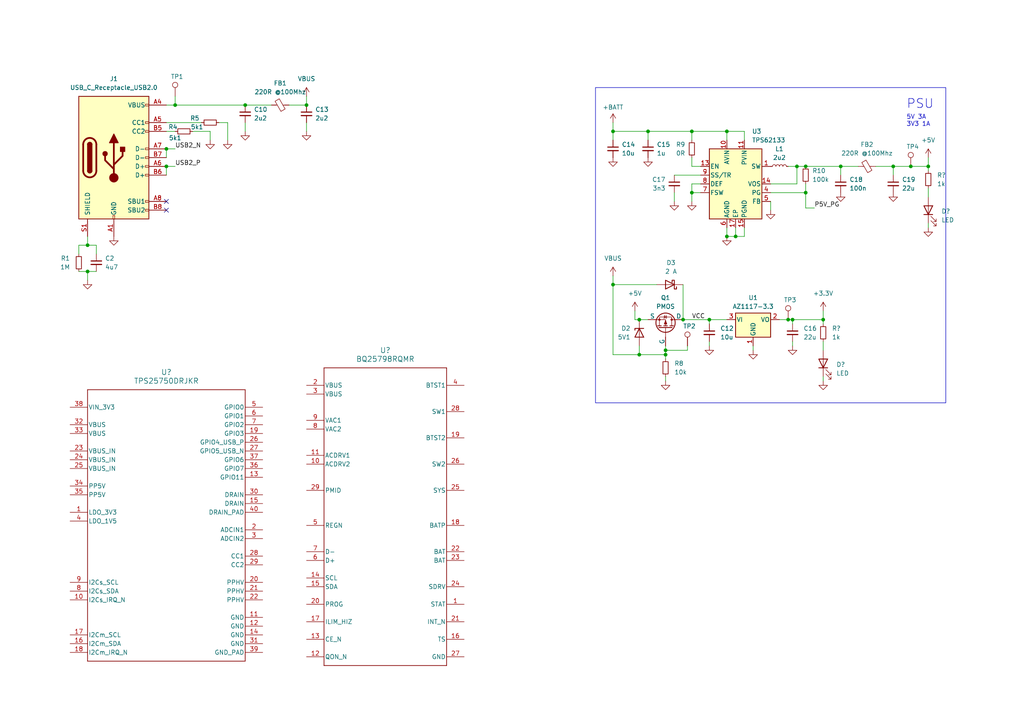
<source format=kicad_sch>
(kicad_sch (version 20230121) (generator eeschema)
  (paper "A4")
  (lib_symbols
    (symbol "Connector:TestPoint" (pin_numbers hide) (pin_names (offset 0.762) hide)
      (property "Reference" "TP" (at 0 6.858 0))
      (property "Value" "TestPoint" (at 0 5.08 0))
      (symbol "TestPoint_0_1"
        (circle (center 0 3.302) (radius 0.762))
      )
      (symbol "TestPoint_1_1"
        (pin passive line (at 0 0 90) (length 2.54) (name "1") (number "1"))
      )
    )
    (symbol "Connector:USB_C_Receptacle_USB2.0" (pin_names (offset 1.016))
      (property "Reference" "J" (at -10.16 19.05 0))
      (property "Value" "USB_C_Receptacle_USB2.0" (at 19.05 19.05 0))
      (symbol "USB_C_Receptacle_USB2.0_0_0"
        (rectangle (start -0.254 -17.78) (end 0.254 -16.764))
        (rectangle (start 10.16 -14.986) (end 9.144 -15.494))
        (rectangle (start 10.16 -12.446) (end 9.144 -12.954))
        (rectangle (start 10.16 -4.826) (end 9.144 -5.334))
        (rectangle (start 10.16 -2.286) (end 9.144 -2.794))
        (rectangle (start 10.16 0.254) (end 9.144 -0.254))
        (rectangle (start 10.16 2.794) (end 9.144 2.286))
        (rectangle (start 10.16 7.874) (end 9.144 7.366))
        (rectangle (start 10.16 10.414) (end 9.144 9.906))
        (rectangle (start 10.16 15.494) (end 9.144 14.986))
      )
      (symbol "USB_C_Receptacle_USB2.0_0_1"
        (rectangle (start -10.16 17.78) (end 10.16 -17.78) (stroke (width 0.254)) (fill (type background)))
        (arc (start -8.89 -3.81) (mid -6.985 -5.7067) (end -5.08 -3.81) (stroke (width 0.508)))
        (arc (start -7.62 -3.81) (mid -6.985 -4.4423) (end -6.35 -3.81) (stroke (width 0.254)))
        (arc (start -7.62 -3.81) (mid -6.985 -4.4423) (end -6.35 -3.81) (stroke (width 0.254)) (fill (type outline)))
        (rectangle (start -7.62 -3.81) (end -6.35 3.81) (stroke (width 0.254)) (fill (type outline)))
        (arc (start -6.35 3.81) (mid -6.985 4.4423) (end -7.62 3.81) (stroke (width 0.254)))
        (arc (start -6.35 3.81) (mid -6.985 4.4423) (end -7.62 3.81) (stroke (width 0.254)) (fill (type outline)))
        (arc (start -5.08 3.81) (mid -6.985 5.7067) (end -8.89 3.81) (stroke (width 0.508)))
        (circle (center -2.54 1.143) (radius 0.635) (stroke (width 0.254)) (fill (type outline)))
        (circle (center 0 -5.842) (radius 1.27) (fill (type outline)))
        (polyline (pts (xy -8.89 -3.81) (xy -8.89 3.81)) (stroke (width 0.508)))
        (polyline (pts (xy -5.08 3.81) (xy -5.08 -3.81)) (stroke (width 0.508)))
        (polyline (pts (xy 0 -5.842) (xy 0 4.318)) (stroke (width 0.508)))
        (polyline (pts (xy 0 -3.302) (xy -2.54 -0.762) (xy -2.54 0.508)) (stroke (width 0.508)))
        (polyline (pts (xy 0 -2.032) (xy 2.54 0.508) (xy 2.54 1.778)) (stroke (width 0.508)))
        (polyline (pts (xy -1.27 4.318) (xy 0 6.858) (xy 1.27 4.318) (xy -1.27 4.318)) (stroke (width 0.254)) (fill (type outline)))
        (rectangle (start 1.905 1.778) (end 3.175 3.048) (stroke (width 0.254)) (fill (type outline)))
      )
      (symbol "USB_C_Receptacle_USB2.0_1_1"
        (pin passive line (at 0 -22.86 90) (length 5.08) (name "GND") (number "A1"))
        (pin passive line (at 0 -22.86 90) (length 5.08) hide (name "GND") (number "A12"))
        (pin passive line (at 15.24 15.24 180) (length 5.08) (name "VBUS") (number "A4"))
        (pin bidirectional line (at 15.24 10.16 180) (length 5.08) (name "CC1") (number "A5"))
        (pin bidirectional line (at 15.24 -2.54 180) (length 5.08) (name "D+") (number "A6"))
        (pin bidirectional line (at 15.24 2.54 180) (length 5.08) (name "D-") (number "A7"))
        (pin bidirectional line (at 15.24 -12.7 180) (length 5.08) (name "SBU1") (number "A8"))
        (pin passive line (at 15.24 15.24 180) (length 5.08) hide (name "VBUS") (number "A9"))
        (pin passive line (at 0 -22.86 90) (length 5.08) hide (name "GND") (number "B1"))
        (pin passive line (at 0 -22.86 90) (length 5.08) hide (name "GND") (number "B12"))
        (pin passive line (at 15.24 15.24 180) (length 5.08) hide (name "VBUS") (number "B4"))
        (pin bidirectional line (at 15.24 7.62 180) (length 5.08) (name "CC2") (number "B5"))
        (pin bidirectional line (at 15.24 -5.08 180) (length 5.08) (name "D+") (number "B6"))
        (pin bidirectional line (at 15.24 0 180) (length 5.08) (name "D-") (number "B7"))
        (pin bidirectional line (at 15.24 -15.24 180) (length 5.08) (name "SBU2") (number "B8"))
        (pin passive line (at 15.24 15.24 180) (length 5.08) hide (name "VBUS") (number "B9"))
        (pin passive line (at -7.62 -22.86 90) (length 5.08) (name "SHIELD") (number "S1"))
      )
    )
    (symbol "DCDriver:BQ25798RQMR" (pin_names (offset 0.254))
      (property "Reference" "U" (at 0 2.54 0))
      (property "Value" "BQ25798RQMR" (at 0 0 0))
      (symbol "BQ25798RQMR_0_1"
        (polyline (pts (xy 5.08 -81.28) (xy 40.64 -81.28)) (stroke (width 0.2032)))
        (polyline (pts (xy 5.08 5.08) (xy 5.08 -81.28)) (stroke (width 0.2032)))
        (polyline (pts (xy 40.64 -81.28) (xy 40.64 5.08)) (stroke (width 0.2032)))
        (polyline (pts (xy 40.64 5.08) (xy 5.08 5.08)) (stroke (width 0.2032)))
        (pin unspecified line (at 45.72 -63.5 180) (length 5.08) (name "STAT") (number "1"))
        (pin power_in line (at 0 -22.86 0) (length 5.08) (name "ACDRV2") (number "10"))
        (pin power_in line (at 0 -20.32 0) (length 5.08) (name "ACDRV1") (number "11"))
        (pin unspecified line (at 0 -78.74 0) (length 5.08) (name "QON_N") (number "12"))
        (pin unspecified line (at 0 -73.66 0) (length 5.08) (name "CE_N") (number "13"))
        (pin input line (at 0 -55.88 0) (length 5.08) (name "SCL") (number "14"))
        (pin bidirectional line (at 0 -58.42 0) (length 5.08) (name "SDA") (number "15"))
        (pin unspecified line (at 45.72 -73.66 180) (length 5.08) (name "TS") (number "16"))
        (pin unspecified line (at 0 -68.58 0) (length 5.08) (name "ILIM_HIZ") (number "17"))
        (pin unspecified line (at 45.72 -40.64 180) (length 5.08) (name "BATP") (number "18"))
        (pin unspecified line (at 45.72 -15.24 180) (length 5.08) (name "BTST2") (number "19"))
        (pin power_in line (at 0 0 0) (length 5.08) (name "VBUS") (number "2"))
        (pin unspecified line (at 0 -63.5 0) (length 5.08) (name "PROG") (number "20"))
        (pin unspecified line (at 45.72 -68.58 180) (length 5.08) (name "INT_N") (number "21"))
        (pin unspecified line (at 45.72 -48.26 180) (length 5.08) (name "BAT") (number "22"))
        (pin unspecified line (at 45.72 -50.8 180) (length 5.08) (name "BAT") (number "23"))
        (pin unspecified line (at 45.72 -58.42 180) (length 5.08) (name "SDRV") (number "24"))
        (pin unspecified line (at 45.72 -30.48 180) (length 5.08) (name "SYS") (number "25"))
        (pin unspecified line (at 45.72 -22.86 180) (length 5.08) (name "SW2") (number "26"))
        (pin power_in line (at 45.72 -78.74 180) (length 5.08) (name "GND") (number "27"))
        (pin unspecified line (at 45.72 -7.62 180) (length 5.08) (name "SW1") (number "28"))
        (pin unspecified line (at 0 -30.48 0) (length 5.08) (name "PMID") (number "29"))
        (pin power_in line (at 0 -2.54 0) (length 5.08) (name "VBUS") (number "3"))
        (pin unspecified line (at 45.72 0 180) (length 5.08) (name "BTST1") (number "4"))
        (pin unspecified line (at 0 -40.64 0) (length 5.08) (name "REGN") (number "5"))
        (pin unspecified line (at 0 -50.8 0) (length 5.08) (name "D+") (number "6"))
        (pin unspecified line (at 0 -48.26 0) (length 5.08) (name "D-") (number "7"))
        (pin power_in line (at 0 -12.7 0) (length 5.08) (name "VAC2") (number "8"))
        (pin power_in line (at 0 -10.16 0) (length 5.08) (name "VAC1") (number "9"))
      )
    )
    (symbol "DCDriver:TPS25750DRJKR" (pin_names (offset 0.254))
      (property "Reference" "U" (at 0 2.54 0))
      (property "Value" "TPS25750DRJKR" (at 0 0 0))
      (symbol "TPS25750DRJKR_0_1"
        (polyline (pts (xy 5.08 -73.66) (xy 50.8 -73.66)) (stroke (width 0.2032)))
        (polyline (pts (xy 5.08 5.08) (xy 5.08 -73.66)) (stroke (width 0.2032)))
        (polyline (pts (xy 50.8 -73.66) (xy 50.8 5.08)) (stroke (width 0.2032)))
        (polyline (pts (xy 50.8 5.08) (xy 5.08 5.08)) (stroke (width 0.2032)))
        (pin unspecified line (at 0 -30.48 0) (length 5.08) (name "LDO_3V3") (number "1"))
        (pin output line (at 0 -55.88 0) (length 5.08) (name "I2Cs_IRQ_N") (number "10"))
        (pin power_in line (at 55.88 -60.96 180) (length 5.08) (name "GND") (number "11"))
        (pin power_in line (at 55.88 -63.5 180) (length 5.08) (name "GND") (number "12"))
        (pin bidirectional line (at 55.88 -20.32 180) (length 5.08) (name "GPIO11") (number "13"))
        (pin power_in line (at 55.88 -66.04 180) (length 5.08) (name "GND") (number "14"))
        (pin unspecified line (at 55.88 -27.94 180) (length 5.08) (name "DRAIN") (number "15"))
        (pin bidirectional line (at 0 -68.58 0) (length 5.08) (name "I2Cm_SDA") (number "16"))
        (pin output line (at 0 -66.04 0) (length 5.08) (name "I2Cm_SCL") (number "17"))
        (pin input line (at 0 -71.12 0) (length 5.08) (name "I2Cm_IRQ_N") (number "18"))
        (pin bidirectional line (at 55.88 -7.62 180) (length 5.08) (name "GPIO3") (number "19"))
        (pin unspecified line (at 55.88 -35.56 180) (length 5.08) (name "ADCIN1") (number "2"))
        (pin unspecified line (at 55.88 -50.8 180) (length 5.08) (name "PPHV") (number "20"))
        (pin unspecified line (at 55.88 -53.34 180) (length 5.08) (name "PPHV") (number "21"))
        (pin unspecified line (at 55.88 -55.88 180) (length 5.08) (name "PPHV") (number "22"))
        (pin power_in line (at 0 -12.7 0) (length 5.08) (name "VBUS_IN") (number "23"))
        (pin power_in line (at 0 -15.24 0) (length 5.08) (name "VBUS_IN") (number "24"))
        (pin power_in line (at 0 -17.78 0) (length 5.08) (name "VBUS_IN") (number "25"))
        (pin bidirectional line (at 55.88 -10.16 180) (length 5.08) (name "GPIO4_USB_P") (number "26"))
        (pin bidirectional line (at 55.88 -12.7 180) (length 5.08) (name "GPIO5_USB_N") (number "27"))
        (pin unspecified line (at 55.88 -43.18 180) (length 5.08) (name "CC1") (number "28"))
        (pin unspecified line (at 55.88 -45.72 180) (length 5.08) (name "CC2") (number "29"))
        (pin unspecified line (at 55.88 -38.1 180) (length 5.08) (name "ADCIN2") (number "3"))
        (pin unspecified line (at 55.88 -25.4 180) (length 5.08) (name "DRAIN") (number "30"))
        (pin power_in line (at 55.88 -68.58 180) (length 5.08) (name "GND") (number "31"))
        (pin power_in line (at 0 -5.08 0) (length 5.08) (name "VBUS") (number "32"))
        (pin power_in line (at 0 -7.62 0) (length 5.08) (name "VBUS") (number "33"))
        (pin power_in line (at 0 -22.86 0) (length 5.08) (name "PP5V") (number "34"))
        (pin power_in line (at 0 -25.4 0) (length 5.08) (name "PP5V") (number "35"))
        (pin bidirectional line (at 55.88 -17.78 180) (length 5.08) (name "GPIO7") (number "36"))
        (pin bidirectional line (at 55.88 -15.24 180) (length 5.08) (name "GPIO6") (number "37"))
        (pin power_in line (at 0 0 0) (length 5.08) (name "VIN_3V3") (number "38"))
        (pin power_in line (at 55.88 -71.12 180) (length 5.08) (name "GND_PAD") (number "39"))
        (pin unspecified line (at 0 -33.02 0) (length 5.08) (name "LDO_1V5") (number "4"))
        (pin unspecified line (at 55.88 -30.48 180) (length 5.08) (name "DRAIN_PAD") (number "40"))
        (pin bidirectional line (at 55.88 0 180) (length 5.08) (name "GPIO0") (number "5"))
        (pin bidirectional line (at 55.88 -2.54 180) (length 5.08) (name "GPIO1") (number "6"))
        (pin bidirectional line (at 55.88 -5.08 180) (length 5.08) (name "GPIO2") (number "7"))
        (pin bidirectional line (at 0 -53.34 0) (length 5.08) (name "I2Cs_SDA") (number "8"))
        (pin input line (at 0 -50.8 0) (length 5.08) (name "I2Cs_SCL") (number "9"))
      )
    )
    (symbol "Device:C_Small" (pin_numbers hide) (pin_names (offset 0.254) hide)
      (property "Reference" "C" (at 0.254 1.778 0))
      (property "Value" "C_Small" (at 0.254 -2.032 0))
      (symbol "C_Small_0_1"
        (polyline (pts (xy -1.524 -0.508) (xy 1.524 -0.508)) (stroke (width 0.3302)))
        (polyline (pts (xy -1.524 0.508) (xy 1.524 0.508)) (stroke (width 0.3048)))
      )
      (symbol "C_Small_1_1"
        (pin passive line (at 0 2.54 270) (length 2.032) (name "~") (number "1"))
        (pin passive line (at 0 -2.54 90) (length 2.032) (name "~") (number "2"))
      )
    )
    (symbol "Device:D_Schottky" (pin_numbers hide) (pin_names (offset 1.016) hide)
      (property "Reference" "D" (at 0 2.54 0))
      (property "Value" "D_Schottky" (at 0 -2.54 0))
      (symbol "D_Schottky_0_1"
        (polyline (pts (xy 1.27 0) (xy -1.27 0)))
        (polyline (pts (xy 1.27 1.27) (xy 1.27 -1.27) (xy -1.27 0) (xy 1.27 1.27)) (stroke (width 0.254)))
        (polyline (pts (xy -1.905 0.635) (xy -1.905 1.27) (xy -1.27 1.27) (xy -1.27 -1.27) (xy -0.635 -1.27) (xy -0.635 -0.635)) (stroke (width 0.254)))
      )
      (symbol "D_Schottky_1_1"
        (pin passive line (at -3.81 0 0) (length 2.54) (name "K") (number "1"))
        (pin passive line (at 3.81 0 180) (length 2.54) (name "A") (number "2"))
      )
    )
    (symbol "Device:D_Zener" (pin_numbers hide) (pin_names (offset 1.016) hide)
      (property "Reference" "D" (at 0 2.54 0))
      (property "Value" "D_Zener" (at 0 -2.54 0))
      (symbol "D_Zener_0_1"
        (polyline (pts (xy 1.27 0) (xy -1.27 0)))
        (polyline (pts (xy -1.27 -1.27) (xy -1.27 1.27) (xy -0.762 1.27)) (stroke (width 0.254)))
        (polyline (pts (xy 1.27 -1.27) (xy 1.27 1.27) (xy -1.27 0) (xy 1.27 -1.27)) (stroke (width 0.254)))
      )
      (symbol "D_Zener_1_1"
        (pin passive line (at -3.81 0 0) (length 2.54) (name "K") (number "1"))
        (pin passive line (at 3.81 0 180) (length 2.54) (name "A") (number "2"))
      )
    )
    (symbol "Device:FerriteBead_Small" (pin_numbers hide) (pin_names (offset 0))
      (property "Reference" "FB" (at 1.905 1.27 0))
      (property "Value" "FerriteBead_Small" (at 1.905 -1.27 0))
      (symbol "FerriteBead_Small_0_1"
        (polyline (pts (xy 0 -1.27) (xy 0 -0.7874)))
        (polyline (pts (xy 0 0.889) (xy 0 1.2954)))
        (polyline (pts (xy -1.8288 0.2794) (xy -1.1176 1.4986) (xy 1.8288 -0.2032) (xy 1.1176 -1.4224) (xy -1.8288 0.2794)))
      )
      (symbol "FerriteBead_Small_1_1"
        (pin passive line (at 0 2.54 270) (length 1.27) (name "~") (number "1"))
        (pin passive line (at 0 -2.54 90) (length 1.27) (name "~") (number "2"))
      )
    )
    (symbol "Device:LED" (pin_numbers hide) (pin_names (offset 1.016) hide)
      (property "Reference" "D" (at 0 2.54 0))
      (property "Value" "LED" (at 0 -2.54 0))
      (symbol "LED_0_1"
        (polyline (pts (xy -1.27 -1.27) (xy -1.27 1.27)) (stroke (width 0.254)))
        (polyline (pts (xy -1.27 0) (xy 1.27 0)))
        (polyline (pts (xy 1.27 -1.27) (xy 1.27 1.27) (xy -1.27 0) (xy 1.27 -1.27)) (stroke (width 0.254)))
        (polyline (pts (xy -3.048 -0.762) (xy -4.572 -2.286) (xy -3.81 -2.286) (xy -4.572 -2.286) (xy -4.572 -1.524)))
        (polyline (pts (xy -1.778 -0.762) (xy -3.302 -2.286) (xy -2.54 -2.286) (xy -3.302 -2.286) (xy -3.302 -1.524)))
      )
      (symbol "LED_1_1"
        (pin passive line (at -3.81 0 0) (length 2.54) (name "K") (number "1"))
        (pin passive line (at 3.81 0 180) (length 2.54) (name "A") (number "2"))
      )
    )
    (symbol "Device:L_Small" (pin_numbers hide) (pin_names (offset 0.254) hide)
      (property "Reference" "L" (at 0.762 1.016 0))
      (property "Value" "L_Small" (at 0.762 -1.016 0))
      (symbol "L_Small_0_1"
        (arc (start 0 -2.032) (mid 0.5058 -1.524) (end 0 -1.016))
        (arc (start 0 -1.016) (mid 0.5058 -0.508) (end 0 0))
        (arc (start 0 0) (mid 0.5058 0.508) (end 0 1.016))
        (arc (start 0 1.016) (mid 0.5058 1.524) (end 0 2.032))
      )
      (symbol "L_Small_1_1"
        (pin passive line (at 0 2.54 270) (length 0.508) (name "~") (number "1"))
        (pin passive line (at 0 -2.54 90) (length 0.508) (name "~") (number "2"))
      )
    )
    (symbol "Device:R_Small" (pin_numbers hide) (pin_names (offset 0.254) hide)
      (property "Reference" "R" (at 0.762 0.508 0))
      (property "Value" "R_Small" (at 0.762 -1.016 0))
      (symbol "R_Small_0_1"
        (rectangle (start -0.762 1.778) (end 0.762 -1.778) (stroke (width 0.2032)))
      )
      (symbol "R_Small_1_1"
        (pin passive line (at 0 2.54 270) (length 0.762) (name "~") (number "1"))
        (pin passive line (at 0 -2.54 90) (length 0.762) (name "~") (number "2"))
      )
    )
    (symbol "Regulator_Linear:AZ1117-3.3" (pin_names (offset 0.254))
      (property "Reference" "U" (at -3.81 3.175 0))
      (property "Value" "AZ1117-3.3" (at 0 3.175 0))
      (symbol "AZ1117-3.3_0_1"
        (rectangle (start -5.08 1.905) (end 5.08 -5.08) (stroke (width 0.254)) (fill (type background)))
      )
      (symbol "AZ1117-3.3_1_1"
        (pin power_in line (at 0 -7.62 90) (length 2.54) (name "GND") (number "1"))
        (pin power_out line (at 7.62 0 180) (length 2.54) (name "VO") (number "2"))
        (pin power_in line (at -7.62 0 0) (length 2.54) (name "VI") (number "3"))
      )
    )
    (symbol "Regulator_Switching:TPS62133" (pin_names (offset 0.254))
      (property "Reference" "U" (at 3.81 13.97 0))
      (property "Value" "TPS62133" (at 3.81 11.43 0))
      (symbol "TPS62133_0_1"
        (rectangle (start -7.62 10.16) (end 7.62 -10.16) (stroke (width 0.254)) (fill (type background)))
      )
      (symbol "TPS62133_1_1"
        (pin output line (at 10.16 5.08 180) (length 2.54) (name "SW") (number "1"))
        (pin power_in line (at -2.54 12.7 270) (length 2.54) (name "AVIN") (number "10"))
        (pin power_in line (at 2.54 12.7 270) (length 2.54) (name "PVIN") (number "11"))
        (pin passive line (at 2.54 12.7 270) (length 2.54) hide (name "PVIN") (number "12"))
        (pin input line (at -10.16 5.08 0) (length 2.54) (name "EN") (number "13"))
        (pin input line (at 10.16 0 180) (length 2.54) (name "VOS") (number "14"))
        (pin power_in line (at 2.54 -12.7 90) (length 2.54) (name "PGND") (number "15"))
        (pin passive line (at 2.54 -12.7 90) (length 2.54) hide (name "PGND") (number "16"))
        (pin power_in line (at 0 -12.7 90) (length 2.54) (name "EP") (number "17"))
        (pin passive line (at 10.16 5.08 180) (length 2.54) hide (name "SW") (number "2"))
        (pin passive line (at 10.16 5.08 180) (length 2.54) hide (name "SW") (number "3"))
        (pin open_collector line (at 10.16 -2.54 180) (length 2.54) (name "PG") (number "4"))
        (pin input line (at 10.16 -5.08 180) (length 2.54) (name "FB") (number "5"))
        (pin power_in line (at -2.54 -12.7 90) (length 2.54) (name "AGND") (number "6"))
        (pin input line (at -10.16 -2.54 0) (length 2.54) (name "FSW") (number "7"))
        (pin input line (at -10.16 0 0) (length 2.54) (name "DEF") (number "8"))
        (pin input line (at -10.16 2.54 0) (length 2.54) (name "SS/TR") (number "9"))
      )
    )
    (symbol "Simulation_SPICE:PMOS" (pin_numbers hide) (pin_names (offset 0))
      (property "Reference" "Q" (at 5.08 1.27 0))
      (property "Value" "PMOS" (at 5.08 -1.27 0))
      (symbol "PMOS_0_1"
        (polyline (pts (xy 0.254 0) (xy -2.54 0)))
        (polyline (pts (xy 0.254 1.905) (xy 0.254 -1.905)) (stroke (width 0.254)))
        (polyline (pts (xy 0.762 -1.27) (xy 0.762 -2.286)) (stroke (width 0.254)))
        (polyline (pts (xy 0.762 0.508) (xy 0.762 -0.508)) (stroke (width 0.254)))
        (polyline (pts (xy 0.762 2.286) (xy 0.762 1.27)) (stroke (width 0.254)))
        (polyline (pts (xy 2.54 2.54) (xy 2.54 1.778)))
        (polyline (pts (xy 2.54 -2.54) (xy 2.54 0) (xy 0.762 0)))
        (polyline (pts (xy 0.762 1.778) (xy 3.302 1.778) (xy 3.302 -1.778) (xy 0.762 -1.778)))
        (polyline (pts (xy 2.286 0) (xy 1.27 0.381) (xy 1.27 -0.381) (xy 2.286 0)) (fill (type outline)))
        (polyline (pts (xy 2.794 -0.508) (xy 2.921 -0.381) (xy 3.683 -0.381) (xy 3.81 -0.254)))
        (polyline (pts (xy 3.302 -0.381) (xy 2.921 0.254) (xy 3.683 0.254) (xy 3.302 -0.381)))
        (circle (center 1.651 0) (radius 2.794) (stroke (width 0.254)))
        (circle (center 2.54 -1.778) (radius 0.254) (fill (type outline)))
        (circle (center 2.54 1.778) (radius 0.254) (fill (type outline)))
      )
      (symbol "PMOS_1_1"
        (pin passive line (at 2.54 5.08 270) (length 2.54) (name "D") (number "1"))
        (pin input line (at -5.08 0 0) (length 2.54) (name "G") (number "2"))
        (pin passive line (at 2.54 -5.08 90) (length 2.54) (name "S") (number "3"))
      )
    )
    (symbol "power:+3.3V" (power) (pin_names (offset 0))
      (property "Value" "+3.3V" (at 0 3.556 0))
      (symbol "+3.3V_0_1"
        (polyline (pts (xy -0.762 1.27) (xy 0 2.54)))
        (polyline (pts (xy 0 0) (xy 0 2.54)))
        (polyline (pts (xy 0 2.54) (xy 0.762 1.27)))
      )
      (symbol "+3.3V_1_1"
        (pin power_in line (at 0 0 90) (length 0) hide (name "+3.3V") (number "1"))
      )
    )
    (symbol "power:+5V" (power) (pin_names (offset 0))
      (property "Value" "+5V" (at 0 3.556 0))
      (symbol "+5V_0_1"
        (polyline (pts (xy -0.762 1.27) (xy 0 2.54)))
        (polyline (pts (xy 0 0) (xy 0 2.54)))
        (polyline (pts (xy 0 2.54) (xy 0.762 1.27)))
      )
      (symbol "+5V_1_1"
        (pin power_in line (at 0 0 90) (length 0) hide (name "+5V") (number "1"))
      )
    )
    (symbol "power:+BATT" (power) (pin_names (offset 0))
      (property "Value" "+BATT" (at 0 3.556 0))
      (symbol "+BATT_0_1"
        (polyline (pts (xy -0.762 1.27) (xy 0 2.54)))
        (polyline (pts (xy 0 0) (xy 0 2.54)))
        (polyline (pts (xy 0 2.54) (xy 0.762 1.27)))
      )
      (symbol "+BATT_1_1"
        (pin power_in line (at 0 0 90) (length 0) hide (name "+BATT") (number "1"))
      )
    )
    (symbol "power:GND" (power) (pin_names (offset 0))
      (symbol "GND_0_1"
        (polyline (pts (xy 0 0) (xy 0 -1.27) (xy 1.27 -1.27) (xy 0 -2.54) (xy -1.27 -1.27) (xy 0 -1.27)))
      )
      (symbol "GND_1_1"
        (pin power_in line (at 0 0 270) (length 0) hide (name "GND") (number "1"))
      )
    )
    (symbol "power:VBUS" (power) (pin_names (offset 0))
      (property "Value" "VBUS" (at 0 3.81 0))
      (symbol "VBUS_0_1"
        (polyline (pts (xy -0.762 1.27) (xy 0 2.54)))
        (polyline (pts (xy 0 0) (xy 0 2.54)))
        (polyline (pts (xy 0 2.54) (xy 0.762 1.27)))
      )
      (symbol "VBUS_1_1"
        (pin power_in line (at 0 0 90) (length 0) hide (name "VBUS") (number "1"))
      )
    )
  )
  (junction (at 198.12 92.71))
  (junction (at 187.96 38.1))
  (junction (at 48.26 48.26))
  (junction (at 231.14 48.26))
  (junction (at 185.42 92.71))
  (junction (at 269.24 48.26))
  (junction (at 200.66 55.88))
  (junction (at 193.04 101.6))
  (junction (at 210.82 38.1))
  (junction (at 243.84 48.26))
  (junction (at 177.8 82.55))
  (junction (at 50.8 30.48))
  (junction (at 88.9 30.48))
  (junction (at 259.08 48.26))
  (junction (at 185.42 102.87))
  (junction (at 193.04 102.87))
  (junction (at 210.82 68.58))
  (junction (at 25.4 78.74))
  (junction (at 228.6 92.71))
  (junction (at 48.26 43.18))
  (junction (at 205.74 92.71))
  (junction (at 229.87 92.71))
  (junction (at 264.16 48.26))
  (junction (at 177.8 38.1))
  (junction (at 71.12 30.48))
  (junction (at 213.36 68.58))
  (junction (at 25.4 71.12))
  (junction (at 200.66 38.1))
  (junction (at 238.76 92.71))
  (junction (at 233.68 55.88))
  (junction (at 233.68 48.26))
  (no_connect (at 48.26 60.96))
  (no_connect (at 48.26 58.42))
  (wire (pts (xy 71.12 35.56) (xy 71.12 38.1)))
  (wire (pts (xy 210.82 38.1) (xy 210.82 40.64)))
  (wire (pts (xy 233.68 48.26) (xy 243.84 48.26)))
  (wire (pts (xy 259.08 50.8) (xy 259.08 48.26)))
  (wire (pts (xy 25.4 71.12) (xy 27.94 71.12)))
  (wire (pts (xy 243.84 48.26) (xy 248.92 48.26)))
  (wire (pts (xy 22.86 71.12) (xy 25.4 71.12)))
  (wire (pts (xy 264.16 48.26) (xy 269.24 48.26)))
  (wire (pts (xy 238.76 109.22) (xy 238.76 110.49)))
  (wire (pts (xy 200.66 53.34) (xy 200.66 55.88)))
  (wire (pts (xy 229.87 93.98) (xy 229.87 92.71)))
  (wire (pts (xy 50.8 30.48) (xy 48.26 30.48)))
  (wire (pts (xy 25.4 68.58) (xy 25.4 71.12)))
  (wire (pts (xy 177.8 38.1) (xy 187.96 38.1)))
  (wire (pts (xy 205.74 99.06) (xy 205.74 100.33)))
  (wire (pts (xy 63.5 35.56) (xy 66.04 35.56)))
  (wire (pts (xy 55.88 38.1) (xy 60.96 38.1)))
  (wire (pts (xy 83.82 30.48) (xy 88.9 30.48)))
  (wire (pts (xy 177.8 40.64) (xy 177.8 38.1)))
  (wire (pts (xy 25.4 78.74) (xy 27.94 78.74)))
  (wire (pts (xy 200.66 55.88) (xy 200.66 58.42)))
  (wire (pts (xy 185.42 100.33) (xy 185.42 102.87)))
  (wire (pts (xy 193.04 104.14) (xy 193.04 102.87)))
  (wire (pts (xy 177.8 80.01) (xy 177.8 82.55)))
  (wire (pts (xy 213.36 66.04) (xy 213.36 68.58)))
  (wire (pts (xy 231.14 53.34) (xy 231.14 48.26)))
  (wire (pts (xy 223.52 58.42) (xy 223.52 60.96)))
  (wire (pts (xy 48.26 48.26) (xy 50.8 48.26)))
  (wire (pts (xy 223.52 55.88) (xy 233.68 55.88)))
  (wire (pts (xy 269.24 48.26) (xy 269.24 49.53)))
  (wire (pts (xy 218.44 101.6) (xy 218.44 100.33)))
  (wire (pts (xy 48.26 43.18) (xy 50.8 43.18)))
  (wire (pts (xy 223.52 53.34) (xy 231.14 53.34)))
  (wire (pts (xy 200.66 38.1) (xy 210.82 38.1)))
  (wire (pts (xy 50.8 27.94) (xy 50.8 30.48)))
  (wire (pts (xy 215.9 40.64) (xy 215.9 38.1)))
  (wire (pts (xy 193.04 101.6) (xy 193.04 100.33)))
  (wire (pts (xy 193.04 110.49) (xy 193.04 109.22)))
  (wire (pts (xy 229.87 99.06) (xy 229.87 100.33)))
  (wire (pts (xy 215.9 38.1) (xy 210.82 38.1)))
  (wire (pts (xy 60.96 38.1) (xy 60.96 40.64)))
  (wire (pts (xy 78.74 30.48) (xy 71.12 30.48)))
  (wire (pts (xy 269.24 45.72) (xy 269.24 48.26)))
  (wire (pts (xy 184.15 92.71) (xy 185.42 92.71)))
  (wire (pts (xy 228.6 48.26) (xy 231.14 48.26)))
  (wire (pts (xy 198.12 82.55) (xy 198.12 92.71)))
  (wire (pts (xy 187.96 38.1) (xy 187.96 40.64)))
  (wire (pts (xy 185.42 92.71) (xy 187.96 92.71)))
  (wire (pts (xy 203.2 53.34) (xy 200.66 53.34)))
  (wire (pts (xy 203.2 48.26) (xy 200.66 48.26)))
  (wire (pts (xy 66.04 35.56) (xy 66.04 40.64)))
  (wire (pts (xy 193.04 101.6) (xy 199.39 101.6)))
  (wire (pts (xy 200.66 48.26) (xy 200.66 45.72)))
  (wire (pts (xy 193.04 102.87) (xy 185.42 102.87)))
  (wire (pts (xy 231.14 48.26) (xy 233.68 48.26)))
  (wire (pts (xy 210.82 66.04) (xy 210.82 68.58)))
  (wire (pts (xy 215.9 68.58) (xy 215.9 66.04)))
  (wire (pts (xy 195.58 55.88) (xy 195.58 58.42)))
  (wire (pts (xy 48.26 43.18) (xy 48.26 45.72)))
  (wire (pts (xy 210.82 68.58) (xy 213.36 68.58)))
  (wire (pts (xy 48.26 35.56) (xy 58.42 35.56)))
  (wire (pts (xy 22.86 73.66) (xy 22.86 71.12)))
  (wire (pts (xy 193.04 101.6) (xy 193.04 102.87)))
  (wire (pts (xy 185.42 102.87) (xy 177.8 102.87)))
  (wire (pts (xy 184.15 90.17) (xy 184.15 92.71)))
  (wire (pts (xy 199.39 101.6) (xy 199.39 100.33)))
  (wire (pts (xy 229.87 92.71) (xy 238.76 92.71)))
  (wire (pts (xy 264.16 48.26) (xy 259.08 48.26)))
  (wire (pts (xy 25.4 78.74) (xy 25.4 81.28)))
  (wire (pts (xy 233.68 55.88) (xy 233.68 53.34)))
  (wire (pts (xy 200.66 38.1) (xy 200.66 40.64)))
  (wire (pts (xy 200.66 55.88) (xy 203.2 55.88)))
  (wire (pts (xy 233.68 60.325) (xy 236.22 60.325)))
  (wire (pts (xy 22.86 78.74) (xy 25.4 78.74)))
  (wire (pts (xy 88.9 35.56) (xy 88.9 38.1)))
  (wire (pts (xy 177.8 82.55) (xy 177.8 102.87)))
  (wire (pts (xy 71.12 30.48) (xy 50.8 30.48)))
  (wire (pts (xy 205.74 93.98) (xy 205.74 92.71)))
  (wire (pts (xy 228.6 92.71) (xy 229.87 92.71)))
  (wire (pts (xy 238.76 92.71) (xy 238.76 93.98)))
  (wire (pts (xy 177.8 82.55) (xy 190.5 82.55)))
  (wire (pts (xy 226.06 92.71) (xy 228.6 92.71)))
  (wire (pts (xy 88.9 27.94) (xy 88.9 30.48)))
  (wire (pts (xy 187.96 38.1) (xy 200.66 38.1)))
  (wire (pts (xy 238.76 99.06) (xy 238.76 101.6)))
  (wire (pts (xy 27.94 71.12) (xy 27.94 73.66)))
  (wire (pts (xy 177.8 35.56) (xy 177.8 38.1)))
  (wire (pts (xy 195.58 50.8) (xy 203.2 50.8)))
  (wire (pts (xy 269.24 64.77) (xy 269.24 66.04)))
  (wire (pts (xy 205.74 92.71) (xy 210.82 92.71)))
  (wire (pts (xy 238.76 90.17) (xy 238.76 92.71)))
  (wire (pts (xy 233.68 60.325) (xy 233.68 55.88)))
  (wire (pts (xy 198.12 92.71) (xy 205.74 92.71)))
  (wire (pts (xy 254 48.26) (xy 259.08 48.26)))
  (wire (pts (xy 48.26 38.1) (xy 50.8 38.1)))
  (wire (pts (xy 243.84 50.8) (xy 243.84 48.26)))
  (wire (pts (xy 269.24 54.61) (xy 269.24 57.15)))
  (wire (pts (xy 213.36 68.58) (xy 215.9 68.58)))
  (wire (pts (xy 48.26 48.26) (xy 48.26 50.8)))
  (rectangle (start 172.72 25.4) (end 274.32 116.84))
  (text "PSU" (at 262.89 31.75 0) (effects (font (size 2.6 2.6)) (justify left bottom)))
  (text "5V 3A\n3V3 1A" (at 262.89 36.83 0) (effects (font (size 1.27 1.27)) (justify left bottom)))
  (label "VCC" (at 200.66 92.71 0))
  (label "USB2_P" (at 50.8 48.26 0))
  (label "P5V_PG" (at 236.22 60.325 0))
  (label "USB2_N" (at 50.8 43.18 0))
  (symbol (lib_id "power:GND") (at 66.04 40.64 0) (unit 1)
    (property "Reference" "#PWR022" (effects hide))
    (property "Value" "GND" (effects hide))
  )
  (symbol (lib_id "power:GND") (at 238.76 110.49 0) (unit 1)
    (property "Reference" "#PWR055" (effects hide))
    (property "Value" "GND" (effects hide))
  )
  (symbol (lib_id "power:VBUS") (at 88.9 27.94 0) (unit 1)
    (property "Reference" "#PWR028" (effects hide))
    (property "Value" "VBUS" (at 88.9 22.86 0))
  )
  (symbol (lib_id "power:GND") (at 88.9 38.1 0) (unit 1)
    (property "Reference" "#PWR029" (effects hide))
    (property "Value" "GND" (effects hide))
  )
  (symbol (lib_id "Device:FerriteBead_Small") (at 251.46 48.26 90) (mirror x) (unit 1)
    (property "Reference" "FB2" (at 251.46 41.91 90))
    (property "Value" "220R @100Mhz" (at 251.46 44.45 90))
    (property "Footprint" "Inductor_SMD:L_0402_1005Metric" (effects hide))
    (instances (project "DCMotorDriver" (path "" (reference "FB2") (unit 1)) (path "" (reference "FB?") (unit 1)) (path "" (reference "FB?") (unit 1))))
  )
  (symbol (lib_id "Connector:TestPoint") (at 199.39 100.33 0) (unit 1)
    (property "Reference" "TP2" (at 198.12 94.615 0) (effects (justify left)))
    (property "Value" "TestPoint" (effects hide))
    (property "Footprint" "TestPoint:TestPoint_Pad_D1.0mm" (effects hide))
    (instances (project "DCMotorDriver" (path "" (reference "TP2") (unit 1)) (path "" (reference "TP?") (unit 1)) (path "" (reference "TP?") (unit 1))))
  )
  (symbol (lib_id "DCDriver:BQ25798RQMR") (at 88.9 111.76 0) (unit 1)
    (property "Reference" "U?" (at 111.76 101.6 0) (effects (font (size 1.524 1.524))))
    (property "Value" "BQ25798RQMR" (at 111.76 104.14 0) (effects (font (size 1.524 1.524))))
    (property "Footprint" "RQM0029A-MFG" (effects hide))
    (property "Datasheet" "BQ25798RQMR" (effects hide))
  )
  (symbol (lib_id "Device:C_Small") (at 88.9 33.02 0) (unit 1)
    (property "Reference" "C13" (at 91.44 31.7563 0) (effects (justify left)))
    (property "Value" "2u2" (at 91.44 34.2963 0) (effects (justify left)))
    (property "Footprint" "Capacitor_SMD:C_0402_1005Metric" (effects hide))
    (instances (project "DCMotorDriver" (path "" (reference "C13") (unit 1)) (path "" (reference "C?") (unit 1)) (path "" (reference "C?") (unit 1))))
  )
  (symbol (lib_id "power:GND") (at 223.52 60.96 0) (unit 1)
    (property "Reference" "#PWR041" (effects hide))
    (property "Value" "GND" (effects hide))
  )
  (symbol (lib_id "Device:C_Small") (at 195.58 53.34 0) (mirror y) (unit 1)
    (property "Reference" "C17" (at 193.04 52.0763 0) (effects (justify left)))
    (property "Value" "3n3" (at 193.04 54.6163 0) (effects (justify left)))
    (property "Footprint" "Capacitor_SMD:C_0402_1005Metric" (effects hide))
    (instances (project "DCMotorDriver" (path "" (reference "C17") (unit 1)) (path "" (reference "C?") (unit 1)) (path "" (reference "C?") (unit 1))))
  )
  (symbol (lib_id "Device:C_Small") (at 177.8 43.18 0) (unit 1)
    (property "Reference" "C14" (at 180.34 41.9163 0) (effects (justify left)))
    (property "Value" "10u" (at 180.34 44.4563 0) (effects (justify left)))
    (property "Footprint" "Capacitor_SMD:C_0402_1005Metric" (effects hide))
    (instances (project "DCMotorDriver" (path "" (reference "C14") (unit 1)) (path "" (reference "C?") (unit 1)) (path "" (reference "C?") (unit 1))))
  )
  (symbol (lib_id "power:GND") (at 71.12 38.1 0) (unit 1)
    (property "Reference" "#PWR023" (effects hide))
    (property "Value" "GND" (effects hide))
  )
  (symbol (lib_id "Regulator_Switching:TPS62133") (at 213.36 53.34 0) (unit 1)
    (property "Reference" "U3" (at 218.0941 38.1 0) (effects (justify left)))
    (property "Value" "TPS62133" (at 218.0941 40.64 0) (effects (justify left)))
    (property "Footprint" "Package_DFN_QFN:VQFN-16-1EP_3x3mm_P0.5mm_EP1.68x1.68mm_ThermalVias" (effects hide))
    (property "Datasheet" "http://www.ti.com/lit/ds/symlink/tps62130.pdf" (effects hide))
    (instances (project "DCMotorDriver" (path "" (reference "U3") (unit 1)) (path "" (reference "U?") (unit 1)) (path "" (reference "U?") (unit 1))))
  )
  (symbol (lib_id "Device:R_Small") (at 53.34 38.1 90) (unit 1)
    (property "Reference" "R4" (at 50.165 36.83 90))
    (property "Value" "5k1" (at 50.8 40.005 90))
    (property "Footprint" "Resistor_SMD:R_0402_1005Metric" (effects hide))
    (instances (project "DCMotorDriver" (path "" (reference "R4") (unit 1)) (path "" (reference "R?") (unit 1)) (path "" (reference "R?") (unit 1))))
  )
  (symbol (lib_id "power:GND") (at 25.4 81.28 0) (unit 1)
    (property "Reference" "#PWR04" (effects hide))
    (property "Value" "GND" (effects hide))
  )
  (symbol (lib_id "power:VBUS") (at 177.8 80.01 0) (unit 1)
    (property "Reference" "#PWR016" (effects hide))
    (property "Value" "VBUS" (at 177.8 74.93 0))
  )
  (symbol (lib_id "power:+5V") (at 184.15 90.17 0) (unit 1)
    (property "Reference" "#PWR019" (effects hide))
    (property "Value" "+5V" (at 184.15 85.09 0))
  )
  (symbol (lib_id "Device:LED") (at 238.76 105.41 90) (unit 1)
    (property "Reference" "D?" (at 242.57 105.7275 90) (effects (justify right)))
    (property "Value" "LED" (at 242.57 108.2675 90) (effects (justify right)))
  )
  (symbol (lib_id "Connector:TestPoint") (at 50.8 27.94 0) (unit 1)
    (property "Reference" "TP1" (at 49.53 22.225 0) (effects (justify left)))
    (property "Value" "TestPoint" (effects hide))
    (property "Footprint" "TestPoint:TestPoint_Pad_D1.0mm" (effects hide))
    (instances (project "DCMotorDriver" (path "" (reference "TP1") (unit 1)) (path "" (reference "TP?") (unit 1)) (path "" (reference "TP?") (unit 1))))
  )
  (symbol (lib_id "power:GND") (at 177.8 45.72 0) (unit 1)
    (property "Reference" "#PWR033" (effects hide))
    (property "Value" "GND" (effects hide))
  )
  (symbol (lib_id "power:+5V") (at 269.24 45.72 0) (unit 1)
    (property "Reference" "#PWR044" (effects hide))
    (property "Value" "+5V" (at 269.24 40.64 0))
  )
  (symbol (lib_id "Device:C_Small") (at 205.74 96.52 0) (unit 1)
    (property "Reference" "C12" (at 208.915 95.2563 0) (effects (justify left)))
    (property "Value" "10u" (at 208.915 97.7963 0) (effects (justify left)))
    (property "Footprint" "Capacitor_SMD:C_0402_1005Metric" (effects hide))
    (instances (project "DCMotorDriver" (path "" (reference "C12") (unit 1)) (path "" (reference "C?") (unit 1)) (path "" (reference "C?") (unit 1))))
  )
  (symbol (lib_id "Device:R_Small") (at 193.04 106.68 0) (unit 1)
    (property "Reference" "R8" (at 195.58 105.41 0) (effects (justify left)))
    (property "Value" "10k" (at 195.58 107.95 0) (effects (justify left)))
    (property "Footprint" "Resistor_SMD:R_0402_1005Metric" (effects hide))
    (instances (project "DCMotorDriver" (path "" (reference "R8") (unit 1)) (path "" (reference "R?") (unit 1)) (path "" (reference "R?") (unit 1))))
  )
  (symbol (lib_id "DCDriver:TPS25750DRJKR") (at 20.32 118.11 0) (unit 1)
    (property "Reference" "U?" (at 48.26 107.95 0) (effects (font (size 1.524 1.524))))
    (property "Value" "TPS25750DRJKR" (at 48.26 110.49 0) (effects (font (size 1.524 1.524))))
    (property "Footprint" "RJK0038B-C01-MFG" (effects hide))
    (property "Datasheet" "TPS25750DRJKR" (effects hide))
  )
  (symbol (lib_id "power:GND") (at 193.04 110.49 0) (unit 1)
    (property "Reference" "#PWR025" (effects hide))
    (property "Value" "GND" (effects hide))
  )
  (symbol (lib_id "power:GND") (at 210.82 68.58 0) (unit 1)
    (property "Reference" "#PWR040" (effects hide))
    (property "Value" "GND" (effects hide))
  )
  (symbol (lib_id "Device:LED") (at 269.24 60.96 90) (unit 1)
    (property "Reference" "D?" (at 273.05 61.2775 90) (effects (justify right)))
    (property "Value" "LED" (at 273.05 63.8175 90) (effects (justify right)))
  )
  (symbol (lib_id "power:+3.3V") (at 238.76 90.17 0) (unit 1)
    (property "Reference" "#PWR036" (effects hide))
    (property "Value" "+3.3V" (at 238.76 85.09 0))
  )
  (symbol (lib_id "Device:R_Small") (at 22.86 76.2 0) (mirror y) (unit 1)
    (property "Reference" "R1" (at 20.32 74.93 0) (effects (justify left)))
    (property "Value" "1M" (at 20.32 77.47 0) (effects (justify left)))
    (property "Footprint" "Resistor_SMD:R_0402_1005Metric" (effects hide))
    (instances (project "DCMotorDriver" (path "" (reference "R1") (unit 1)) (path "" (reference "R?") (unit 1)) (path "" (reference "R?") (unit 1))))
  )
  (symbol (lib_id "Connector:TestPoint") (at 228.6 92.71 0) (unit 1)
    (property "Reference" "TP3" (at 227.33 86.995 0) (effects (justify left)))
    (property "Value" "TestPoint" (effects hide))
    (property "Footprint" "TestPoint:TestPoint_Pad_D1.0mm" (effects hide))
    (instances (project "DCMotorDriver" (path "" (reference "TP3") (unit 1)) (path "" (reference "TP?") (unit 1)) (path "" (reference "TP?") (unit 1))))
  )
  (symbol (lib_id "Device:R_Small") (at 200.66 43.18 0) (mirror y) (unit 1)
    (property "Reference" "R9" (at 198.755 41.91 0) (effects (justify left)))
    (property "Value" "0R" (at 198.755 44.45 0) (effects (justify left)))
    (property "Footprint" "Resistor_SMD:R_0402_1005Metric" (effects hide))
    (instances (project "DCMotorDriver" (path "" (reference "R9") (unit 1)) (path "" (reference "R?") (unit 1)) (path "" (reference "R?") (unit 1))))
  )
  (symbol (lib_id "Device:C_Small") (at 259.08 53.34 0) (unit 1)
    (property "Reference" "C19" (at 261.62 52.0763 0) (effects (justify left)))
    (property "Value" "22u" (at 261.62 54.6163 0) (effects (justify left)))
    (property "Footprint" "Capacitor_SMD:C_0402_1005Metric" (effects hide))
    (instances (project "DCMotorDriver" (path "" (reference "C19") (unit 1)) (path "" (reference "C?") (unit 1)) (path "" (reference "C?") (unit 1))))
  )
  (symbol (lib_id "Device:C_Small") (at 27.94 76.2 0) (unit 1)
    (property "Reference" "C2" (at 30.48 74.9363 0) (effects (justify left)))
    (property "Value" "4u7" (at 30.48 77.4763 0) (effects (justify left)))
    (property "Footprint" "Capacitor_SMD:C_0402_1005Metric" (effects hide))
    (instances (project "DCMotorDriver" (path "" (reference "C2") (unit 1)) (path "" (reference "C?") (unit 1)) (path "" (reference "C?") (unit 1))))
  )
  (symbol (lib_id "Device:R_Small") (at 269.24 52.07 0) (unit 1)
    (property "Reference" "R?" (at 271.78 50.8 0) (effects (justify left)))
    (property "Value" "1k" (at 271.78 53.34 0) (effects (justify left)))
  )
  (symbol (lib_id "power:GND") (at 243.84 55.88 0) (unit 1)
    (property "Reference" "#PWR042" (effects hide))
    (property "Value" "GND" (effects hide))
  )
  (symbol (lib_id "power:GND") (at 200.66 58.42 0) (unit 1)
    (property "Reference" "#PWR039" (effects hide))
    (property "Value" "GND" (effects hide))
  )
  (symbol (lib_id "Device:D_Schottky") (at 194.31 82.55 180) (unit 1)
    (property "Reference" "D3" (at 194.6275 76.2 0))
    (property "Value" "2 A" (at 194.6275 78.74 0))
    (property "Footprint" "Diode_SMD:D_0603_1608Metric" (effects hide))
    (instances (project "DCMotorDriver" (path "" (reference "D3") (unit 1)) (path "" (reference "D?") (unit 1)) (path "" (reference "D?") (unit 1))))
  )
  (symbol (lib_id "Device:R_Small") (at 233.68 50.8 0) (unit 1)
    (property "Reference" "R10" (at 235.585 49.53 0) (effects (justify left)))
    (property "Value" "100k" (at 235.585 52.07 0) (effects (justify left)))
    (property "Footprint" "Resistor_SMD:R_0402_1005Metric" (effects hide))
    (instances (project "DCMotorDriver" (path "" (reference "R10") (unit 1)) (path "" (reference "R?") (unit 1)) (path "" (reference "R?") (unit 1))))
  )
  (symbol (lib_id "Device:C_Small") (at 71.12 33.02 0) (mirror y) (unit 1)
    (property "Reference" "C10" (at 73.66 31.7563 0) (effects (justify right)))
    (property "Value" "2u2" (at 73.66 34.2963 0) (effects (justify right)))
    (property "Footprint" "Capacitor_SMD:C_0402_1005Metric" (effects hide))
    (instances (project "DCMotorDriver" (path "" (reference "C10") (unit 1)) (path "" (reference "C?") (unit 1)) (path "" (reference "C?") (unit 1))))
  )
  (symbol (lib_id "Simulation_SPICE:PMOS") (at 193.04 95.25 270) (mirror x) (unit 1)
    (property "Reference" "Q1" (at 193.04 86.36 90))
    (property "Value" "PMOS" (at 193.04 88.9 90))
    (property "Footprint" "Package_TO_SOT_SMD:SOT-23-3" (effects hide))
    (property "Datasheet" "https://ngspice.sourceforge.io/docs/ngspice-manual.pdf" (effects hide))
    (property "Sim.Device" "PMOS" (effects hide))
    (property "Sim.Type" "VDMOS" (effects hide))
    (property "Sim.Pins" "1=D 2=G 3=S" (effects hide))
    (instances (project "DCMotorDriver" (path "" (reference "Q1") (unit 1)) (path "" (reference "Q?") (unit 1)) (path "" (reference "Q?") (unit 1))))
  )
  (symbol (lib_id "Connector:TestPoint") (at 264.16 48.26 0) (unit 1)
    (property "Reference" "TP4" (at 262.89 42.545 0) (effects (justify left)))
    (property "Value" "TestPoint" (effects hide))
    (property "Footprint" "TestPoint:TestPoint_Pad_D1.0mm" (effects hide))
    (instances (project "DCMotorDriver" (path "" (reference "TP4") (unit 1)) (path "" (reference "TP?") (unit 1)) (path "" (reference "TP?") (unit 1))))
  )
  (symbol (lib_id "Device:C_Small") (at 243.84 53.34 0) (unit 1)
    (property "Reference" "C18" (at 246.38 52.0763 0) (effects (justify left)))
    (property "Value" "100n" (at 246.38 54.6163 0) (effects (justify left)))
    (property "Footprint" "Capacitor_SMD:C_0402_1005Metric" (effects hide))
    (instances (project "DCMotorDriver" (path "" (reference "C18") (unit 1)) (path "" (reference "C?") (unit 1)) (path "" (reference "C?") (unit 1))))
  )
  (symbol (lib_id "Device:C_Small") (at 229.87 96.52 0) (unit 1)
    (property "Reference" "C16" (at 233.045 95.2563 0) (effects (justify left)))
    (property "Value" "22u" (at 233.045 97.7963 0) (effects (justify left)))
    (property "Footprint" "Capacitor_SMD:C_0402_1005Metric" (effects hide))
    (instances (project "DCMotorDriver" (path "" (reference "C16") (unit 1)) (path "" (reference "C?") (unit 1)) (path "" (reference "C?") (unit 1))))
  )
  (symbol (lib_id "power:GND") (at 195.58 58.42 0) (unit 1)
    (property "Reference" "#PWR038" (effects hide))
    (property "Value" "GND" (effects hide))
  )
  (symbol (lib_id "power:GND") (at 269.24 66.04 0) (unit 1)
    (property "Reference" "#PWR054" (effects hide))
    (property "Value" "GND" (effects hide))
  )
  (symbol (lib_id "Device:FerriteBead_Small") (at 81.28 30.48 90) (mirror x) (unit 1)
    (property "Reference" "FB1" (at 81.28 24.13 90))
    (property "Value" "220R @100Mhz" (at 81.28 26.67 90))
    (property "Footprint" "Inductor_SMD:L_0402_1005Metric" (effects hide))
    (instances (project "DCMotorDriver" (path "" (reference "FB1") (unit 1)) (path "" (reference "FB?") (unit 1)) (path "" (reference "FB?") (unit 1))))
  )
  (symbol (lib_id "power:GND") (at 259.08 55.88 0) (unit 1)
    (property "Reference" "#PWR043" (effects hide))
    (property "Value" "GND" (effects hide))
  )
  (symbol (lib_id "Connector:USB_C_Receptacle_USB2.0") (at 33.02 45.72 0) (unit 1)
    (property "Reference" "J1" (at 33.02 22.86 0))
    (property "Value" "USB_C_Receptacle_USB2.0" (at 33.02 25.4 0))
    (property "Footprint" "Connector_USB:USB_C_Receptacle_XKB_U262-16XN-4BVC11" (effects hide))
    (property "Datasheet" "https://www.usb.org/sites/default/files/documents/usb_type-c.zip" (effects hide))
    (instances (project "DCMotorDriver" (path "" (reference "J1") (unit 1)) (path "" (reference "J?") (unit 1)) (path "" (reference "J?") (unit 1))))
  )
  (symbol (lib_id "power:GND") (at 205.74 100.33 0) (unit 1)
    (property "Reference" "#PWR027" (effects hide))
    (property "Value" "GND" (effects hide))
  )
  (symbol (lib_id "power:+BATT") (at 177.8 35.56 0) (unit 1)
    (property "Reference" "#PWR032" (effects hide))
    (property "Value" "+BATT" (at 177.8 31.115 0))
  )
  (symbol (lib_id "Device:L_Small") (at 226.06 48.26 90) (unit 1)
    (property "Reference" "L1" (at 226.06 43.18 90))
    (property "Value" "2u2" (at 226.06 45.72 90))
    (property "Footprint" "Inductor_SMD:L_0805_2012Metric" (effects hide))
    (instances (project "DCMotorDriver" (path "" (reference "L1") (unit 1)) (path "" (reference "L?") (unit 1)) (path "" (reference "L?") (unit 1))))
  )
  (symbol (lib_id "power:GND") (at 229.87 100.33 0) (unit 1)
    (property "Reference" "#PWR037" (effects hide))
    (property "Value" "GND" (effects hide))
  )
  (symbol (lib_id "Device:C_Small") (at 187.96 43.18 0) (unit 1)
    (property "Reference" "C15" (at 190.5 41.9163 0) (effects (justify left)))
    (property "Value" "1u" (at 190.5 44.4563 0) (effects (justify left)))
    (property "Footprint" "Capacitor_SMD:C_0402_1005Metric" (effects hide))
    (instances (project "DCMotorDriver" (path "" (reference "C15") (unit 1)) (path "" (reference "C?") (unit 1)) (path "" (reference "C?") (unit 1))))
  )
  (symbol (lib_id "Device:R_Small") (at 238.76 96.52 0) (unit 1)
    (property "Reference" "R?" (at 241.3 95.25 0) (effects (justify left)))
    (property "Value" "1k" (at 241.3 97.79 0) (effects (justify left)))
  )
  (symbol (lib_id "power:GND") (at 60.96 40.64 0) (unit 1)
    (property "Reference" "#PWR017" (effects hide))
    (property "Value" "GND" (effects hide))
  )
  (symbol (lib_id "power:GND") (at 218.44 101.6 0) (unit 1)
    (property "Reference" "#PWR031" (effects hide))
    (property "Value" "GND" (effects hide))
  )
  (symbol (lib_id "Device:D_Zener") (at 185.42 96.52 90) (mirror x) (unit 1)
    (property "Reference" "D2" (at 182.88 95.25 90) (effects (justify left)))
    (property "Value" "5V1" (at 182.88 97.79 90) (effects (justify left)))
    (property "Footprint" "Diode_SMD:D_0402_1005Metric" (effects hide))
    (instances (project "DCMotorDriver" (path "" (reference "D2") (unit 1)) (path "" (reference "D?") (unit 1)) (path "" (reference "D?") (unit 1))))
  )
  (symbol (lib_id "Device:R_Small") (at 60.96 35.56 90) (unit 1)
    (property "Reference" "R5" (at 56.515 34.29 90))
    (property "Value" "5k1" (at 57.15 36.83 90))
    (property "Footprint" "Resistor_SMD:R_0402_1005Metric" (effects hide))
    (instances (project "DCMotorDriver" (path "" (reference "R5") (unit 1)) (path "" (reference "R?") (unit 1)) (path "" (reference "R?") (unit 1))))
  )
  (symbol (lib_id "Regulator_Linear:AZ1117-3.3") (at 218.44 92.71 0) (unit 1)
    (property "Reference" "U1" (at 218.44 86.36 0))
    (property "Value" "AZ1117-3.3" (at 218.44 88.9 0))
    (property "Footprint" "Package_TO_SOT_SMD:SOT-223-3_TabPin2" (effects hide))
    (property "Datasheet" "https://www.diodes.com/assets/Datasheets/AZ1117.pdf" (effects hide))
    (instances (project "DCMotorDriver" (path "" (reference "U1") (unit 1)) (path "" (reference "U?") (unit 1)) (path "" (reference "U?") (unit 1))))
  )
  (symbol (lib_id "power:GND") (at 33.02 68.58 0) (unit 1)
    (property "Reference" "#PWR09" (effects hide))
    (property "Value" "GND" (effects hide))
  )
  (symbol (lib_id "power:GND") (at 187.96 45.72 0) (unit 1)
    (property "Reference" "#PWR035" (effects hide))
    (property "Value" "GND" (effects hide))
  )
)
</source>
